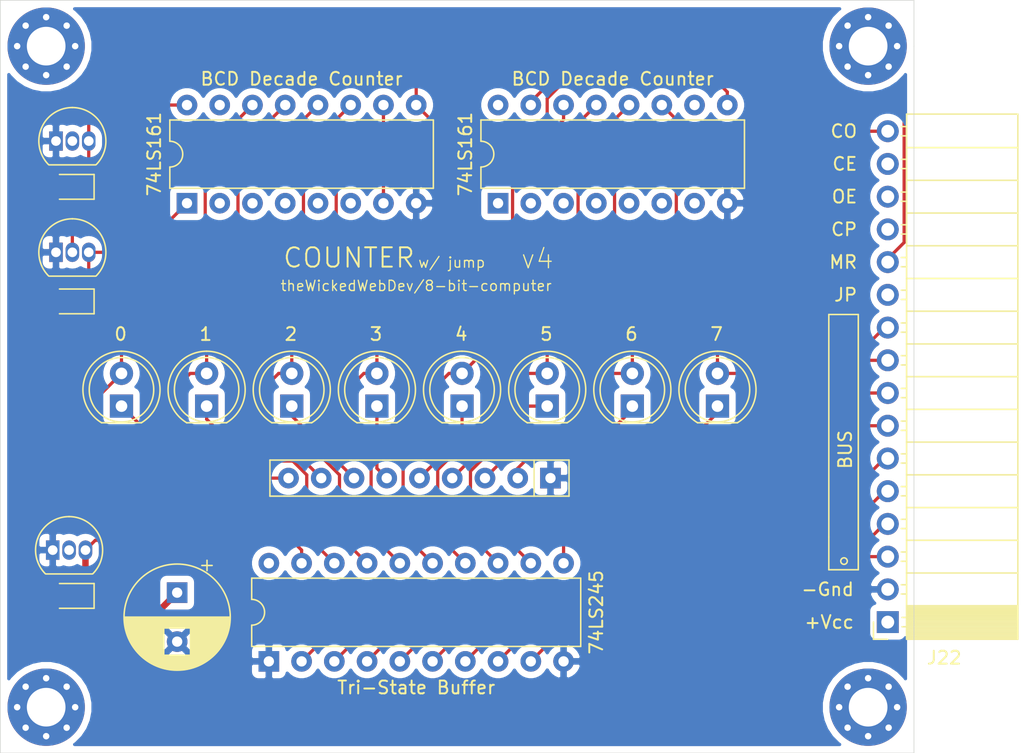
<source format=kicad_pcb>
(kicad_pcb (version 20171130) (host pcbnew "(5.1.10-1-10_14)")
  (layers (0 F.Cu signal) (1 In1.Cu signal) (2 In2.Cu signal hide) (31 B.Cu signal hide) (34 B.Paste user) (35 F.Paste user) (36 B.SilkS user) (37 F.SilkS user) (38 B.Mask user) (39 F.Mask user) (44 Edge.Cuts user))
  (net 0 "")
  (net 1 GND)
  (net 2 VCC)
  (net 3 CE)
  (net 4 OE)
  (net 5 CLOCK)
  (net 6 RESET)
  (net 7 JUMP)
  (net 8 "Net-(U12-Pad10)")
  (net 9 B0)
  (net 10 B1)
  (net 11 B2)
  (net 12 B3)
  (net 13 B4)
  (net 14 B5)
  (net 15 B6)
  (net 16 B7)
  (net 17 CARRY_OUT)
  (net 18 BUS_07)
  (net 19 BUS_06)
  (net 20 BUS_05)
  (net 21 BUS_04)
  (net 22 BUS_03)
  (net 23 BUS_02)
  (net 24 BUS_01)
  (net 25 BUS_00)
  (net 26 "Net-(D1-Pad1)")
  (net 27 "Net-(D2-Pad1)")
  (net 28 "Net-(D3-Pad1)")
  (net 29 "Net-(D4-Pad1)")
  (net 30 "Net-(D5-Pad1)")
  (net 31 "Net-(D6-Pad1)")
  (net 32 "Net-(D7-Pad1)")
  (net 33 "Net-(D8-Pad1)")
  (net 34 !JUMP)
  (net 35 !OE)
  (net 36 !RESET)
  (module Connector_PinSocket_2.54mm:PinSocket_1x16_P2.54mm_Horizontal (layer F.Cu) (at 148.1455 74.1045 180)
    (fp_text reference J22 (at -4.38 -2.77) (layer F.SilkS))
    (fp_text value Conn_01x16)
    (pad 1 thru_hole rect (at 0 0 180) (size 1.7 1.7) (drill 1) (layers *.Cu *.Mask) (net 2 VCC))
    (pad 2 thru_hole oval (at 0 2.54 180) (size 1.7 1.7) (drill 1) (layers *.Cu *.Mask) (net 1 GND))
    (pad 3 thru_hole oval (at 0 5.08 180) (size 1.7 1.7) (drill 1) (layers *.Cu *.Mask) (net 25 BUS_00))
    (pad 4 thru_hole oval (at 0 7.62 180) (size 1.7 1.7) (drill 1) (layers *.Cu *.Mask) (net 24 BUS_01))
    (pad 5 thru_hole oval (at 0 10.16 180) (size 1.7 1.7) (drill 1) (layers *.Cu *.Mask) (net 23 BUS_02))
    (pad 6 thru_hole oval (at 0 12.7 180) (size 1.7 1.7) (drill 1) (layers *.Cu *.Mask) (net 22 BUS_03))
    (pad 7 thru_hole oval (at 0 15.24 180) (size 1.7 1.7) (drill 1) (layers *.Cu *.Mask) (net 21 BUS_04))
    (pad 8 thru_hole oval (at 0 17.78 180) (size 1.7 1.7) (drill 1) (layers *.Cu *.Mask) (net 20 BUS_05))
    (pad 9 thru_hole oval (at 0 20.32 180) (size 1.7 1.7) (drill 1) (layers *.Cu *.Mask) (net 19 BUS_06))
    (pad 10 thru_hole oval (at 0 22.86 180) (size 1.7 1.7) (drill 1) (layers *.Cu *.Mask) (net 18 BUS_07))
    (pad 11 thru_hole oval (at 0 25.4 180) (size 1.7 1.7) (drill 1) (layers *.Cu *.Mask) (net 7 JUMP))
    (pad 12 thru_hole oval (at 0 27.94 180) (size 1.7 1.7) (drill 1) (layers *.Cu *.Mask) (net 6 RESET))
    (pad 13 thru_hole oval (at 0 30.48 180) (size 1.7 1.7) (drill 1) (layers *.Cu *.Mask) (net 5 CLOCK))
    (pad 14 thru_hole oval (at 0 33.02 180) (size 1.7 1.7) (drill 1) (layers *.Cu *.Mask) (net 4 OE))
    (pad 15 thru_hole oval (at 0 35.56 180) (size 1.7 1.7) (drill 1) (layers *.Cu *.Mask) (net 3 CE))
    (pad 16 thru_hole oval (at 0 38.1 180) (size 1.7 1.7) (drill 1) (layers *.Cu *.Mask) (net 17 CARRY_OUT))
  )
  (module Capacitor_THT:CP_Radial_D8.0mm_P3.80mm (layer F.Cu) (at 93.0275 71.8185 270)
    (fp_text reference C10 hide)
    (fp_text value CP1 hide)
    (pad 2 thru_hole circle (at 3.8 0 270) (size 1.6 1.6) (drill 0.8) (layers *.Cu *.Mask) (net 1 GND))
    (pad 1 thru_hole rect (at 0 0 270) (size 1.6 1.6) (drill 0.8) (layers *.Cu *.Mask) (net 2 VCC))
  )
  (module LED_SMD:LED_0805_2012Metric (layer F.Cu) (at 84.8995 49.2125 180)
    (fp_text reference R3 hide)
    (fp_text value R_Small_US hide)
    (pad 2 smd roundrect (at 0.9375 0 180) (size 0.975 1.4) (layers F.Cu F.Paste F.Mask) (net 2 VCC))
    (pad 1 smd roundrect (at -0.9375 0 180) (size 0.975 1.4) (layers F.Cu F.Paste F.Mask) (net 36 !RESET))
  )
  (module Package_TO_SOT_THT:TO-92_Inline (layer F.Cu) (at 83.6295 45.4025)
    (fp_text reference Q3 hide)
    (fp_text value PN2222A hide)
    (pad 1 thru_hole rect (at 0 0) (size 1.05 1.5) (drill 0.75) (layers *.Cu *.Mask) (net 1 GND))
    (pad 3 thru_hole oval (at 2.54 0) (size 1.05 1.5) (drill 0.75) (layers *.Cu *.Mask) (net 36 !RESET))
    (pad 2 thru_hole oval (at 1.27 0) (size 1.05 1.5) (drill 0.75) (layers *.Cu *.Mask) (net 6 RESET))
  )
  (module LED_SMD:LED_0805_2012Metric (layer F.Cu) (at 84.8995 72.0725 180)
    (fp_text reference R2 hide)
    (fp_text value R_Small_US hide)
    (pad 2 smd roundrect (at 0.9375 0 180) (size 0.975 1.4) (layers F.Cu F.Paste F.Mask) (net 2 VCC))
    (pad 1 smd roundrect (at -0.9375 0 180) (size 0.975 1.4) (layers F.Cu F.Paste F.Mask) (net 35 !OE))
  )
  (module Package_TO_SOT_THT:TO-92_Inline (layer F.Cu) (at 83.3755 68.5165)
    (fp_text reference Q2 hide)
    (fp_text value PN2222A hide)
    (pad 1 thru_hole rect (at 0 0) (size 1.05 1.5) (drill 0.75) (layers *.Cu *.Mask) (net 1 GND))
    (pad 3 thru_hole oval (at 2.54 0) (size 1.05 1.5) (drill 0.75) (layers *.Cu *.Mask) (net 35 !OE))
    (pad 2 thru_hole oval (at 1.27 0) (size 1.05 1.5) (drill 0.75) (layers *.Cu *.Mask) (net 4 OE))
  )
  (module LED_SMD:LED_0805_2012Metric (layer F.Cu) (at 84.8995 40.3225 180)
    (fp_text reference R1 hide)
    (fp_text value R_Small_US hide)
    (pad 2 smd roundrect (at 0.9375 0 180) (size 0.975 1.4) (layers F.Cu F.Paste F.Mask) (net 2 VCC))
    (pad 1 smd roundrect (at -0.9375 0 180) (size 0.975 1.4) (layers F.Cu F.Paste F.Mask) (net 34 !JUMP))
  )
  (module Package_TO_SOT_THT:TO-92_Inline (layer F.Cu) (at 83.6295 36.7665)
    (fp_text reference Q1 hide)
    (fp_text value PN2222A hide)
    (pad 1 thru_hole rect (at 0 0) (size 1.05 1.5) (drill 0.75) (layers *.Cu *.Mask) (net 1 GND))
    (pad 3 thru_hole oval (at 2.54 0) (size 1.05 1.5) (drill 0.75) (layers *.Cu *.Mask) (net 34 !JUMP))
    (pad 2 thru_hole oval (at 1.27 0) (size 1.05 1.5) (drill 0.75) (layers *.Cu *.Mask) (net 7 JUMP))
  )
  (module Resistor_THT:R_Array_SIP9 (layer F.Cu) (at 121.9835 62.9285 180)
    (fp_text reference RN1 hide)
    (fp_text value R_Network08 hide)
    (pad 9 thru_hole oval (at 20.32 0 180) (size 1.6 1.6) (drill 0.8) (layers *.Cu *.Mask) (net 26 "Net-(D1-Pad1)"))
    (pad 8 thru_hole oval (at 17.78 0 180) (size 1.6 1.6) (drill 0.8) (layers *.Cu *.Mask) (net 27 "Net-(D2-Pad1)"))
    (pad 7 thru_hole oval (at 15.24 0 180) (size 1.6 1.6) (drill 0.8) (layers *.Cu *.Mask) (net 28 "Net-(D3-Pad1)"))
    (pad 6 thru_hole oval (at 12.7 0 180) (size 1.6 1.6) (drill 0.8) (layers *.Cu *.Mask) (net 29 "Net-(D4-Pad1)"))
    (pad 5 thru_hole oval (at 10.16 0 180) (size 1.6 1.6) (drill 0.8) (layers *.Cu *.Mask) (net 30 "Net-(D5-Pad1)"))
    (pad 4 thru_hole oval (at 7.62 0 180) (size 1.6 1.6) (drill 0.8) (layers *.Cu *.Mask) (net 31 "Net-(D6-Pad1)"))
    (pad 3 thru_hole oval (at 5.08 0 180) (size 1.6 1.6) (drill 0.8) (layers *.Cu *.Mask) (net 32 "Net-(D7-Pad1)"))
    (pad 2 thru_hole oval (at 2.54 0 180) (size 1.6 1.6) (drill 0.8) (layers *.Cu *.Mask) (net 33 "Net-(D8-Pad1)"))
    (pad 1 thru_hole rect (at 0 0 180) (size 1.6 1.6) (drill 0.8) (layers *.Cu *.Mask) (net 1 GND))
  )
  (module LED_THT:LED_D5.0mm (layer F.Cu) (at 134.9375 57.3405 90)
    (fp_text reference D8 hide)
    (fp_text value LED)
    (pad 2 thru_hole circle (at 2.54 0 90) (size 1.8 1.8) (drill 0.9) (layers *.Cu *.Mask) (net 16 B7))
    (pad 1 thru_hole rect (at 0 0 90) (size 1.8 1.8) (drill 0.9) (layers *.Cu *.Mask) (net 33 "Net-(D8-Pad1)"))
  )
  (module LED_THT:LED_D5.0mm (layer F.Cu) (at 128.3335 57.3405 90)
    (fp_text reference D7 hide)
    (fp_text value LED)
    (pad 2 thru_hole circle (at 2.54 0 90) (size 1.8 1.8) (drill 0.9) (layers *.Cu *.Mask) (net 15 B6))
    (pad 1 thru_hole rect (at 0 0 90) (size 1.8 1.8) (drill 0.9) (layers *.Cu *.Mask) (net 32 "Net-(D7-Pad1)"))
  )
  (module LED_THT:LED_D5.0mm (layer F.Cu) (at 121.7295 57.3405 90)
    (fp_text reference D6 hide)
    (fp_text value LED)
    (pad 2 thru_hole circle (at 2.54 0 90) (size 1.8 1.8) (drill 0.9) (layers *.Cu *.Mask) (net 14 B5))
    (pad 1 thru_hole rect (at 0 0 90) (size 1.8 1.8) (drill 0.9) (layers *.Cu *.Mask) (net 31 "Net-(D6-Pad1)"))
  )
  (module LED_THT:LED_D5.0mm (layer F.Cu) (at 115.1255 57.3405 90)
    (fp_text reference D5 hide)
    (fp_text value LED)
    (pad 2 thru_hole circle (at 2.54 0 90) (size 1.8 1.8) (drill 0.9) (layers *.Cu *.Mask) (net 13 B4))
    (pad 1 thru_hole rect (at 0 0 90) (size 1.8 1.8) (drill 0.9) (layers *.Cu *.Mask) (net 30 "Net-(D5-Pad1)"))
  )
  (module LED_THT:LED_D5.0mm (layer F.Cu) (at 108.5215 57.3405 90)
    (fp_text reference D4 hide)
    (fp_text value LED)
    (pad 2 thru_hole circle (at 2.54 0 90) (size 1.8 1.8) (drill 0.9) (layers *.Cu *.Mask) (net 12 B3))
    (pad 1 thru_hole rect (at 0 0 90) (size 1.8 1.8) (drill 0.9) (layers *.Cu *.Mask) (net 29 "Net-(D4-Pad1)"))
  )
  (module LED_THT:LED_D5.0mm (layer F.Cu) (at 101.9175 57.3405 90)
    (fp_text reference D3 hide)
    (fp_text value LED)
    (pad 2 thru_hole circle (at 2.54 0 90) (size 1.8 1.8) (drill 0.9) (layers *.Cu *.Mask) (net 11 B2))
    (pad 1 thru_hole rect (at 0 0 90) (size 1.8 1.8) (drill 0.9) (layers *.Cu *.Mask) (net 28 "Net-(D3-Pad1)"))
  )
  (module LED_THT:LED_D5.0mm (layer F.Cu) (at 95.3135 57.3405 90)
    (fp_text reference D2 hide)
    (fp_text value LED)
    (pad 2 thru_hole circle (at 2.54 0 90) (size 1.8 1.8) (drill 0.9) (layers *.Cu *.Mask) (net 10 B1))
    (pad 1 thru_hole rect (at 0 0 90) (size 1.8 1.8) (drill 0.9) (layers *.Cu *.Mask) (net 27 "Net-(D2-Pad1)"))
  )
  (module LED_THT:LED_D5.0mm (layer F.Cu) (at 88.7095 57.3405 90)
    (fp_text reference D1 hide)
    (fp_text value LED)
    (pad 2 thru_hole circle (at 2.54 0 90) (size 1.8 1.8) (drill 0.9) (layers *.Cu *.Mask) (net 9 B0))
    (pad 1 thru_hole rect (at 0 0 90) (size 1.8 1.8) (drill 0.9) (layers *.Cu *.Mask) (net 26 "Net-(D1-Pad1)"))
  )
  (module MountingHole:MountingHole_3mm_Pad_Via (layer F.Cu) (at 82.8675 80.7085)
    (fp_text reference REF** hide)
    (fp_text value MountingHole_3mm_Pad_Via hide)
    (pad 1 thru_hole circle (at 1.59099 -1.59099) (size 0.8 0.8) (drill 0.5) (layers *.Cu *.Mask))
    (pad 1 thru_hole circle (at 0 -2.25) (size 0.8 0.8) (drill 0.5) (layers *.Cu *.Mask))
    (pad 1 thru_hole circle (at -1.59099 -1.59099) (size 0.8 0.8) (drill 0.5) (layers *.Cu *.Mask))
    (pad 1 thru_hole circle (at -2.25 0) (size 0.8 0.8) (drill 0.5) (layers *.Cu *.Mask))
    (pad 1 thru_hole circle (at -1.59099 1.59099) (size 0.8 0.8) (drill 0.5) (layers *.Cu *.Mask))
    (pad 1 thru_hole circle (at 0 2.25) (size 0.8 0.8) (drill 0.5) (layers *.Cu *.Mask))
    (pad 1 thru_hole circle (at 1.59099 1.59099) (size 0.8 0.8) (drill 0.5) (layers *.Cu *.Mask))
    (pad 1 thru_hole circle (at 2.25 0) (size 0.8 0.8) (drill 0.5) (layers *.Cu *.Mask))
    (pad 1 thru_hole circle (at 0 0) (size 6 6) (drill 3) (layers *.Cu *.Mask))
  )
  (module MountingHole:MountingHole_3mm_Pad_Via (layer F.Cu) (at 82.8675 29.4005)
    (fp_text reference REF** hide)
    (fp_text value MountingHole_3mm_Pad_Via hide)
    (pad 1 thru_hole circle (at 0 0) (size 6 6) (drill 3) (layers *.Cu *.Mask))
    (pad 1 thru_hole circle (at 2.25 0) (size 0.8 0.8) (drill 0.5) (layers *.Cu *.Mask))
    (pad 1 thru_hole circle (at 1.59099 1.59099) (size 0.8 0.8) (drill 0.5) (layers *.Cu *.Mask))
    (pad 1 thru_hole circle (at 0 2.25) (size 0.8 0.8) (drill 0.5) (layers *.Cu *.Mask))
    (pad 1 thru_hole circle (at -1.59099 1.59099) (size 0.8 0.8) (drill 0.5) (layers *.Cu *.Mask))
    (pad 1 thru_hole circle (at -2.25 0) (size 0.8 0.8) (drill 0.5) (layers *.Cu *.Mask))
    (pad 1 thru_hole circle (at -1.59099 -1.59099) (size 0.8 0.8) (drill 0.5) (layers *.Cu *.Mask))
    (pad 1 thru_hole circle (at 0 -2.25) (size 0.8 0.8) (drill 0.5) (layers *.Cu *.Mask))
    (pad 1 thru_hole circle (at 1.59099 -1.59099) (size 0.8 0.8) (drill 0.5) (layers *.Cu *.Mask))
  )
  (module MountingHole:MountingHole_3mm_Pad_Via (layer F.Cu) (at 146.6215 80.7085)
    (fp_text reference REF** hide)
    (fp_text value MountingHole_3mm_Pad_Via hide)
    (pad 1 thru_hole circle (at 0 0) (size 6 6) (drill 3) (layers *.Cu *.Mask))
    (pad 1 thru_hole circle (at 2.25 0) (size 0.8 0.8) (drill 0.5) (layers *.Cu *.Mask))
    (pad 1 thru_hole circle (at 1.59099 1.59099) (size 0.8 0.8) (drill 0.5) (layers *.Cu *.Mask))
    (pad 1 thru_hole circle (at 0 2.25) (size 0.8 0.8) (drill 0.5) (layers *.Cu *.Mask))
    (pad 1 thru_hole circle (at -1.59099 1.59099) (size 0.8 0.8) (drill 0.5) (layers *.Cu *.Mask))
    (pad 1 thru_hole circle (at -2.25 0) (size 0.8 0.8) (drill 0.5) (layers *.Cu *.Mask))
    (pad 1 thru_hole circle (at -1.59099 -1.59099) (size 0.8 0.8) (drill 0.5) (layers *.Cu *.Mask))
    (pad 1 thru_hole circle (at 0 -2.25) (size 0.8 0.8) (drill 0.5) (layers *.Cu *.Mask))
    (pad 1 thru_hole circle (at 1.59099 -1.59099) (size 0.8 0.8) (drill 0.5) (layers *.Cu *.Mask))
  )
  (module MountingHole:MountingHole_3mm_Pad_Via (layer F.Cu) (at 146.6215 29.4005)
    (fp_text reference REF** hide)
    (fp_text value MountingHole_3mm_Pad_Via hide)
    (pad 1 thru_hole circle (at 1.59099 -1.59099) (size 0.8 0.8) (drill 0.5) (layers *.Cu *.Mask))
    (pad 1 thru_hole circle (at 0 -2.25) (size 0.8 0.8) (drill 0.5) (layers *.Cu *.Mask))
    (pad 1 thru_hole circle (at -1.59099 -1.59099) (size 0.8 0.8) (drill 0.5) (layers *.Cu *.Mask))
    (pad 1 thru_hole circle (at -2.25 0) (size 0.8 0.8) (drill 0.5) (layers *.Cu *.Mask))
    (pad 1 thru_hole circle (at -1.59099 1.59099) (size 0.8 0.8) (drill 0.5) (layers *.Cu *.Mask))
    (pad 1 thru_hole circle (at 0 2.25) (size 0.8 0.8) (drill 0.5) (layers *.Cu *.Mask))
    (pad 1 thru_hole circle (at 1.59099 1.59099) (size 0.8 0.8) (drill 0.5) (layers *.Cu *.Mask))
    (pad 1 thru_hole circle (at 2.25 0) (size 0.8 0.8) (drill 0.5) (layers *.Cu *.Mask))
    (pad 1 thru_hole circle (at 0 0) (size 6 6) (drill 3) (layers *.Cu *.Mask))
  )
  (module Package_DIP:DIP-16_W7.62mm (layer F.Cu) (at 93.7895 41.5925 90)
    (fp_text reference U14 hide)
    (fp_text value 74LS161 (at 3.81 -2.54 270) (layer F.SilkS))
    (fp_text user "BCD Decade Counter" (at 9.652 8.89 180) (layer F.SilkS))
    (pad 16 thru_hole oval (at 7.62 0 90) (size 1.6 1.6) (drill 0.8) (layers *.Cu *.Mask) (net 2 VCC))
    (pad 8 thru_hole oval (at 0 17.78 90) (size 1.6 1.6) (drill 0.8) (layers *.Cu *.Mask) (net 1 GND))
    (pad 15 thru_hole oval (at 7.62 2.54 90) (size 1.6 1.6) (drill 0.8) (layers *.Cu *.Mask) (net 8 "Net-(U12-Pad10)"))
    (pad 7 thru_hole oval (at 0 15.24 90) (size 1.6 1.6) (drill 0.8) (layers *.Cu *.Mask) (net 3 CE))
    (pad 14 thru_hole oval (at 7.62 5.08 90) (size 1.6 1.6) (drill 0.8) (layers *.Cu *.Mask) (net 9 B0))
    (pad 6 thru_hole oval (at 0 12.7 90) (size 1.6 1.6) (drill 0.8) (layers *.Cu *.Mask) (net 22 BUS_03))
    (pad 13 thru_hole oval (at 7.62 7.62 90) (size 1.6 1.6) (drill 0.8) (layers *.Cu *.Mask) (net 10 B1))
    (pad 5 thru_hole oval (at 0 10.16 90) (size 1.6 1.6) (drill 0.8) (layers *.Cu *.Mask) (net 23 BUS_02))
    (pad 12 thru_hole oval (at 7.62 10.16 90) (size 1.6 1.6) (drill 0.8) (layers *.Cu *.Mask) (net 11 B2))
    (pad 4 thru_hole oval (at 0 7.62 90) (size 1.6 1.6) (drill 0.8) (layers *.Cu *.Mask) (net 24 BUS_01))
    (pad 11 thru_hole oval (at 7.62 12.7 90) (size 1.6 1.6) (drill 0.8) (layers *.Cu *.Mask) (net 12 B3))
    (pad 3 thru_hole oval (at 0 5.08 90) (size 1.6 1.6) (drill 0.8) (layers *.Cu *.Mask) (net 25 BUS_00))
    (pad 10 thru_hole oval (at 7.62 15.24 90) (size 1.6 1.6) (drill 0.8) (layers *.Cu *.Mask) (net 3 CE))
    (pad 2 thru_hole oval (at 0 2.54 90) (size 1.6 1.6) (drill 0.8) (layers *.Cu *.Mask) (net 5 CLOCK))
    (pad 9 thru_hole oval (at 7.62 17.78 90) (size 1.6 1.6) (drill 0.8) (layers *.Cu *.Mask) (net 34 !JUMP))
    (pad 1 thru_hole rect (at 0 0 90) (size 1.6 1.6) (drill 0.8) (layers *.Cu *.Mask) (net 36 !RESET))
  )
  (module Package_DIP:DIP-20_W7.62mm (layer F.Cu) (at 100.1395 77.1525 90)
    (fp_text reference U47 hide)
    (fp_text value 74LS245 (at 3.81 25.4 90) (layer F.SilkS))
    (fp_text user "Tri-State Buffer" (at -2.032 11.43 180) (layer F.SilkS))
    (pad 20 thru_hole oval (at 7.62 0 90) (size 1.6 1.6) (drill 0.8) (layers *.Cu *.Mask) (net 2 VCC))
    (pad 10 thru_hole oval (at 0 22.86 90) (size 1.6 1.6) (drill 0.8) (layers *.Cu *.Mask) (net 1 GND))
    (pad 19 thru_hole oval (at 7.62 2.54 90) (size 1.6 1.6) (drill 0.8) (layers *.Cu *.Mask) (net 35 !OE))
    (pad 9 thru_hole oval (at 0 20.32 90) (size 1.6 1.6) (drill 0.8) (layers *.Cu *.Mask) (net 25 BUS_00))
    (pad 18 thru_hole oval (at 7.62 5.08 90) (size 1.6 1.6) (drill 0.8) (layers *.Cu *.Mask) (net 9 B0))
    (pad 8 thru_hole oval (at 0 17.78 90) (size 1.6 1.6) (drill 0.8) (layers *.Cu *.Mask) (net 24 BUS_01))
    (pad 17 thru_hole oval (at 7.62 7.62 90) (size 1.6 1.6) (drill 0.8) (layers *.Cu *.Mask) (net 10 B1))
    (pad 7 thru_hole oval (at 0 15.24 90) (size 1.6 1.6) (drill 0.8) (layers *.Cu *.Mask) (net 23 BUS_02))
    (pad 16 thru_hole oval (at 7.62 10.16 90) (size 1.6 1.6) (drill 0.8) (layers *.Cu *.Mask) (net 11 B2))
    (pad 6 thru_hole oval (at 0 12.7 90) (size 1.6 1.6) (drill 0.8) (layers *.Cu *.Mask) (net 22 BUS_03))
    (pad 15 thru_hole oval (at 7.62 12.7 90) (size 1.6 1.6) (drill 0.8) (layers *.Cu *.Mask) (net 12 B3))
    (pad 5 thru_hole oval (at 0 10.16 90) (size 1.6 1.6) (drill 0.8) (layers *.Cu *.Mask) (net 21 BUS_04))
    (pad 14 thru_hole oval (at 7.62 15.24 90) (size 1.6 1.6) (drill 0.8) (layers *.Cu *.Mask) (net 13 B4))
    (pad 4 thru_hole oval (at 0 7.62 90) (size 1.6 1.6) (drill 0.8) (layers *.Cu *.Mask) (net 20 BUS_05))
    (pad 13 thru_hole oval (at 7.62 17.78 90) (size 1.6 1.6) (drill 0.8) (layers *.Cu *.Mask) (net 14 B5))
    (pad 3 thru_hole oval (at 0 5.08 90) (size 1.6 1.6) (drill 0.8) (layers *.Cu *.Mask) (net 19 BUS_06))
    (pad 12 thru_hole oval (at 7.62 20.32 90) (size 1.6 1.6) (drill 0.8) (layers *.Cu *.Mask) (net 15 B6))
    (pad 2 thru_hole oval (at 0 2.54 90) (size 1.6 1.6) (drill 0.8) (layers *.Cu *.Mask) (net 18 BUS_07))
    (pad 11 thru_hole oval (at 7.62 22.86 90) (size 1.6 1.6) (drill 0.8) (layers *.Cu *.Mask) (net 16 B7))
    (pad 1 thru_hole rect (at 0 0 90) (size 1.6 1.6) (drill 0.8) (layers *.Cu *.Mask) (net 1 GND))
  )
  (module Package_DIP:DIP-16_W7.62mm (layer F.Cu) (at 117.9195 41.5925 90)
    (fp_text reference U12 hide)
    (fp_text value 74LS161 (at 3.81 -2.54 90) (layer F.SilkS))
    (fp_text user "BCD Decade Counter" (at 9.652 8.89 180) (layer F.SilkS))
    (pad 16 thru_hole oval (at 7.62 0 90) (size 1.6 1.6) (drill 0.8) (layers *.Cu *.Mask) (net 2 VCC))
    (pad 8 thru_hole oval (at 0 17.78 90) (size 1.6 1.6) (drill 0.8) (layers *.Cu *.Mask) (net 1 GND))
    (pad 15 thru_hole oval (at 7.62 2.54 90) (size 1.6 1.6) (drill 0.8) (layers *.Cu *.Mask) (net 17 CARRY_OUT))
    (pad 7 thru_hole oval (at 0 15.24 90) (size 1.6 1.6) (drill 0.8) (layers *.Cu *.Mask) (net 2 VCC))
    (pad 14 thru_hole oval (at 7.62 5.08 90) (size 1.6 1.6) (drill 0.8) (layers *.Cu *.Mask) (net 13 B4))
    (pad 6 thru_hole oval (at 0 12.7 90) (size 1.6 1.6) (drill 0.8) (layers *.Cu *.Mask) (net 18 BUS_07))
    (pad 13 thru_hole oval (at 7.62 7.62 90) (size 1.6 1.6) (drill 0.8) (layers *.Cu *.Mask) (net 14 B5))
    (pad 5 thru_hole oval (at 0 10.16 90) (size 1.6 1.6) (drill 0.8) (layers *.Cu *.Mask) (net 19 BUS_06))
    (pad 12 thru_hole oval (at 7.62 10.16 90) (size 1.6 1.6) (drill 0.8) (layers *.Cu *.Mask) (net 15 B6))
    (pad 4 thru_hole oval (at 0 7.62 90) (size 1.6 1.6) (drill 0.8) (layers *.Cu *.Mask) (net 20 BUS_05))
    (pad 11 thru_hole oval (at 7.62 12.7 90) (size 1.6 1.6) (drill 0.8) (layers *.Cu *.Mask) (net 16 B7))
    (pad 3 thru_hole oval (at 0 5.08 90) (size 1.6 1.6) (drill 0.8) (layers *.Cu *.Mask) (net 21 BUS_04))
    (pad 10 thru_hole oval (at 7.62 15.24 90) (size 1.6 1.6) (drill 0.8) (layers *.Cu *.Mask) (net 8 "Net-(U12-Pad10)"))
    (pad 2 thru_hole oval (at 0 2.54 90) (size 1.6 1.6) (drill 0.8) (layers *.Cu *.Mask) (net 5 CLOCK))
    (pad 9 thru_hole oval (at 7.62 17.78 90) (size 1.6 1.6) (drill 0.8) (layers *.Cu *.Mask) (net 34 !JUMP))
    (pad 1 thru_hole rect (at 0 0 90) (size 1.6 1.6) (drill 0.8) (layers *.Cu *.Mask) (net 36 !RESET))
  )
  (gr_text 7 (at 135.4455 51.7525) (layer F.SilkS) (effects (font (size 1 1)) (justify right)))
  (gr_text 6 (at 128.8415 51.7525) (layer F.SilkS) (effects (font (size 1 1)) (justify right)))
  (gr_text 5 (at 122.2375 51.7525) (layer F.SilkS) (effects (font (size 1 1)) (justify right)))
  (gr_text 4 (at 115.6335 51.7525) (layer F.SilkS) (effects (font (size 1 1)) (justify right)))
  (gr_text 3 (at 109.0295 51.7525) (layer F.SilkS) (effects (font (size 1 1)) (justify right)))
  (gr_text 2 (at 102.4255 51.7525) (layer F.SilkS) (effects (font (size 1 1)) (justify right)))
  (gr_text 1 (at 95.8215 51.7525) (layer F.SilkS) (effects (font (size 1 1)) (justify right)))
  (gr_text 0 (at 89.2175 51.7525) (layer F.SilkS) (effects (font (size 1 1)) (justify right)))
  (gr_line (start 150.1775 25.8445) (end 146.6215 25.8445) (layer Edge.Cuts) (width 0.05))
  (gr_line (start 150.1775 29.4005) (end 150.1775 25.8445) (layer Edge.Cuts) (width 0.05))
  (gr_line (start 150.1775 84.2645) (end 150.1775 29.4005) (layer Edge.Cuts) (width 0.05))
  (gr_line (start 79.3115 84.2645) (end 150.1775 84.2645) (layer Edge.Cuts) (width 0.05))
  (gr_line (start 79.3115 25.8445) (end 79.3115 84.2645) (layer Edge.Cuts) (width 0.05))
  (gr_line (start 146.6215 25.8445) (end 79.3115 25.8445) (layer Edge.Cuts) (width 0.05))
  (gr_text +Vcc (at 145.6055 74.1045) (layer F.SilkS) (effects (font (size 1 1)) (justify right)))
  (gr_text -Gnd (at 145.6055 71.5645) (layer F.SilkS) (effects (font (size 1 1)) (justify right)))
  (gr_text MR (at 145.8595 46.1645) (layer F.SilkS) (effects (font (size 1 1)) (justify right)))
  (gr_circle (center 144.7515 69.3685) (end 145.0055 69.3685) (layer F.SilkS) (width 0.12))
  (gr_line (start 145.8595 50.2285) (end 145.8595 70.0405) (layer F.SilkS) (width 0.12))
  (gr_line (start 143.5735 70.0405) (end 145.8595 70.0405) (layer F.SilkS) (width 0.12))
  (gr_line (start 143.5735 67.5005) (end 143.5735 70.0405) (layer F.SilkS) (width 0.12))
  (gr_line (start 143.5735 50.2285) (end 143.5735 67.5005) (layer F.SilkS) (width 0.12))
  (gr_line (start 145.8595 50.2285) (end 143.5735 50.2285) (layer F.SilkS) (width 0.12))
  (gr_text JP (at 145.8595 48.7045) (layer F.SilkS) (effects (font (size 1 1)) (justify right)))
  (gr_text BUS (at 144.8435 59.1185 90) (layer F.SilkS) (effects (font (size 1 1)) (justify right)))
  (gr_text CP (at 145.8595 43.6245) (layer F.SilkS) (effects (font (size 1 1)) (justify right)))
  (gr_text OE (at 145.8595 41.0845) (layer F.SilkS) (effects (font (size 1 1)) (justify right)))
  (gr_text CE (at 145.8595 38.5445) (layer F.SilkS) (effects (font (size 1 1)) (justify right)))
  (gr_text CO (at 145.8595 36.0045) (layer F.SilkS) (effects (font (size 1 1)) (justify right)))
  (gr_text v4 (at 120.9675 45.9105) (layer F.SilkS) (effects (font (size 1.5 1.5) (thickness 0.1))))
  (gr_text "w/ jump" (at 114.3255 46.1945) (layer F.SilkS) (effects (font (size 0.8 0.8) (thickness 0.1))))
  (gr_text theWickedWebDev/8-bit-computer (at 111.5655 48.0045) (layer F.SilkS) (effects (font (size 0.8 0.8) (thickness 0.1))))
  (gr_text COUNTER (at 106.3561 45.8274) (layer F.SilkS) (effects (font (size 1.5 1.5))))
  (segment (start 93.7895 33.9725) (end 90.7415 33.9725) (width 0.25) (layer F.Cu) (net 2))
  (segment (start 90.7415 33.9725) (end 87.4395 37.2745) (width 0.25) (layer F.Cu) (net 2))
  (segment (start 87.4395 37.2745) (end 87.4395 41.0845) (width 0.25) (layer F.Cu) (net 2))
  (segment (start 87.4395 41.0845) (end 86.6775 41.8465) (width 0.25) (layer F.Cu) (net 2))
  (segment (start 86.6775 41.8465) (end 84.3915 41.8465) (width 0.25) (layer F.Cu) (net 2))
  (segment (start 83.962 41.417) (end 83.962 40.3225) (width 0.25) (layer F.Cu) (net 2))
  (segment (start 84.3915 41.8465) (end 83.962 41.417) (width 0.25) (layer F.Cu) (net 2))
  (segment (start 83.962 72.0725) (end 83.962 72.913) (width 0.5) (layer F.Cu) (net 2))
  (segment (start 83.962 72.913) (end 84.8995 73.8505) (width 0.5) (layer F.Cu) (net 2))
  (segment (start 83.962 52.944) (end 83.962 49.2125) (width 0.25) (layer F.Cu) (net 2))
  (segment (start 82.1055 54.8005) (end 83.962 52.944) (width 0.25) (layer F.Cu) (net 2))
  (segment (start 82.1055 70.216) (end 82.1055 54.8005) (width 0.25) (layer F.Cu) (net 2))
  (segment (start 83.962 72.0725) (end 82.1055 70.216) (width 0.25) (layer F.Cu) (net 2))
  (segment (start 90.9955 73.8505) (end 93.0275 71.8185) (width 0.5) (layer F.Cu) (net 2))
  (segment (start 84.8995 73.8505) (end 90.9955 73.8505) (width 0.5) (layer F.Cu) (net 2))
  (segment (start 109.0295 33.9725) (end 109.0295 41.5925) (width 0.25) (layer F.Cu) (net 3))
  (segment (start 147.8915 46.1645) (end 149.4155 44.6405) (width 0.25) (layer F.Cu) (net 6))
  (segment (start 149.4155 44.6405) (end 149.4155 34.7345) (width 0.25) (layer F.Cu) (net 6))
  (segment (start 149.4155 34.7345) (end 148.3995 33.7185) (width 0.25) (layer F.Cu) (net 6))
  (segment (start 148.3995 33.7185) (end 142.5575 33.7185) (width 0.25) (layer F.Cu) (net 6))
  (segment (start 142.5575 33.7185) (end 138.4935 29.6545) (width 0.25) (layer F.Cu) (net 6))
  (segment (start 110.2995 29.6545) (end 109.5375 30.4165) (width 0.25) (layer F.Cu) (net 6))
  (segment (start 138.4935 29.6545) (end 110.2995 29.6545) (width 0.25) (layer F.Cu) (net 6))
  (segment (start 109.5375 30.4165) (end 88.9635 30.4165) (width 0.25) (layer F.Cu) (net 6))
  (segment (start 88.9635 30.4165) (end 85.9155 33.4645) (width 0.25) (layer F.Cu) (net 6))
  (segment (start 85.9155 33.4645) (end 82.8675 33.4645) (width 0.25) (layer F.Cu) (net 6))
  (segment (start 82.8675 33.4645) (end 81.8515 34.4805) (width 0.25) (layer F.Cu) (net 6))
  (segment (start 81.8515 34.4805) (end 81.8515 41.8465) (width 0.25) (layer F.Cu) (net 6))
  (segment (start 81.8515 41.8465) (end 82.8675 42.8625) (width 0.25) (layer F.Cu) (net 6))
  (segment (start 82.8675 42.8625) (end 83.8835 42.8625) (width 0.25) (layer F.Cu) (net 6))
  (segment (start 84.8995 43.8785) (end 84.8995 45.4025) (width 0.25) (layer F.Cu) (net 6))
  (segment (start 83.8835 42.8625) (end 84.8995 43.8785) (width 0.25) (layer F.Cu) (net 6))
  (segment (start 134.6835 31.9405) (end 135.6995 32.9565) (width 0.25) (layer F.Cu) (net 34))
  (segment (start 123.2535 31.9405) (end 134.6835 31.9405) (width 0.25) (layer F.Cu) (net 34))
  (segment (start 121.7295 33.4645) (end 123.2535 31.9405) (width 0.25) (layer F.Cu) (net 34))
  (segment (start 120.7135 35.7505) (end 121.7295 34.7345) (width 0.25) (layer F.Cu) (net 34))
  (segment (start 113.3475 35.7505) (end 120.7135 35.7505) (width 0.25) (layer F.Cu) (net 34))
  (segment (start 135.6995 32.9565) (end 135.6995 33.9725) (width 0.25) (layer F.Cu) (net 34))
  (segment (start 121.7295 34.7345) (end 121.7295 33.4645) (width 0.25) (layer F.Cu) (net 34))
  (segment (start 111.5695 33.9725) (end 113.3475 35.7505) (width 0.25) (layer F.Cu) (net 34))
  (segment (start 95.204499 37.637501) (end 95.204499 43.225501) (width 0.25) (layer F.Cu) (net 9))
  (segment (start 98.8695 33.9725) (end 95.204499 37.637501) (width 0.25) (layer F.Cu) (net 9))
  (segment (start 88.7095 49.7205) (end 88.7095 54.8005) (width 0.25) (layer F.Cu) (net 9))
  (segment (start 95.204499 43.225501) (end 88.7095 49.7205) (width 0.25) (layer F.Cu) (net 9))
  (segment (start 105.2195 69.5325) (end 102.9335 67.2465) (width 0.25) (layer F.Cu) (net 9))
  (segment (start 102.9335 67.2465) (end 94.5515 67.2465) (width 0.25) (layer F.Cu) (net 9))
  (segment (start 94.5515 67.2465) (end 86.4235 59.1185) (width 0.25) (layer F.Cu) (net 9))
  (segment (start 86.4235 57.0865) (end 88.7095 54.8005) (width 0.25) (layer F.Cu) (net 9))
  (segment (start 86.4235 59.1185) (end 86.4235 57.0865) (width 0.25) (layer F.Cu) (net 9))
  (segment (start 97.744499 37.637501) (end 97.744499 45.003501) (width 0.25) (layer F.Cu) (net 10))
  (segment (start 101.4095 33.9725) (end 97.744499 37.637501) (width 0.25) (layer F.Cu) (net 10))
  (segment (start 95.3135 47.4345) (end 95.3135 54.8005) (width 0.25) (layer F.Cu) (net 10))
  (segment (start 97.744499 45.003501) (end 95.3135 47.4345) (width 0.25) (layer F.Cu) (net 10))
  (segment (start 103.078499 62.678497) (end 102.000512 61.60051) (width 0.25) (layer F.Cu) (net 10))
  (segment (start 102.000512 61.60051) (end 96.52551 61.60051) (width 0.25) (layer F.Cu) (net 10))
  (segment (start 103.078499 64.851499) (end 103.078499 62.678497) (width 0.25) (layer F.Cu) (net 10))
  (segment (start 107.7595 69.5325) (end 103.078499 64.851499) (width 0.25) (layer F.Cu) (net 10))
  (segment (start 96.52551 61.60051) (end 93.0275 58.1025) (width 0.25) (layer F.Cu) (net 10))
  (segment (start 93.0275 58.1025) (end 93.0275 55.8165) (width 0.25) (layer F.Cu) (net 10))
  (segment (start 94.0435 54.8005) (end 95.3135 54.8005) (width 0.25) (layer F.Cu) (net 10))
  (segment (start 93.0275 55.8165) (end 94.0435 54.8005) (width 0.25) (layer F.Cu) (net 10))
  (segment (start 102.824499 35.097501) (end 102.824499 46.527501) (width 0.25) (layer F.Cu) (net 11))
  (segment (start 103.9495 33.9725) (end 102.824499 35.097501) (width 0.25) (layer F.Cu) (net 11))
  (segment (start 101.9175 47.4345) (end 101.9175 54.8005) (width 0.25) (layer F.Cu) (net 11))
  (segment (start 102.824499 46.527501) (end 101.9175 47.4345) (width 0.25) (layer F.Cu) (net 11))
  (segment (start 105.618499 62.678497) (end 102.820502 59.8805) (width 0.25) (layer F.Cu) (net 11))
  (segment (start 105.618499 64.851499) (end 105.618499 62.678497) (width 0.25) (layer F.Cu) (net 11))
  (segment (start 110.2995 69.5325) (end 105.618499 64.851499) (width 0.25) (layer F.Cu) (net 11))
  (segment (start 102.820502 59.8805) (end 101.4095 59.8805) (width 0.25) (layer F.Cu) (net 11))
  (segment (start 101.4095 59.8805) (end 99.6315 58.1025) (width 0.25) (layer F.Cu) (net 11))
  (segment (start 99.6315 58.1025) (end 99.6315 56.0705) (width 0.25) (layer F.Cu) (net 11))
  (segment (start 100.9015 54.8005) (end 101.9175 54.8005) (width 0.25) (layer F.Cu) (net 11))
  (segment (start 99.6315 56.0705) (end 100.9015 54.8005) (width 0.25) (layer F.Cu) (net 11))
  (segment (start 105.364499 35.097501) (end 105.364499 44.785499) (width 0.25) (layer F.Cu) (net 12))
  (segment (start 106.4895 33.9725) (end 105.364499 35.097501) (width 0.25) (layer F.Cu) (net 12))
  (segment (start 108.5215 47.9425) (end 108.5215 54.8005) (width 0.25) (layer F.Cu) (net 12))
  (segment (start 105.364499 44.785499) (end 108.5215 47.9425) (width 0.25) (layer F.Cu) (net 12))
  (segment (start 108.071491 64.764491) (end 108.071491 61.716491) (width 0.25) (layer F.Cu) (net 12))
  (segment (start 112.8395 69.5325) (end 108.071491 64.764491) (width 0.25) (layer F.Cu) (net 12))
  (segment (start 108.071491 61.716491) (end 105.9815 59.6265) (width 0.25) (layer F.Cu) (net 12))
  (segment (start 105.9815 59.6265) (end 105.9815 56.3245) (width 0.25) (layer F.Cu) (net 12))
  (segment (start 107.5055 54.8005) (end 108.5215 54.8005) (width 0.25) (layer F.Cu) (net 12))
  (segment (start 105.9815 56.3245) (end 107.5055 54.8005) (width 0.25) (layer F.Cu) (net 12))
  (segment (start 112.8395 58.3565) (end 112.8395 56.0705) (width 0.25) (layer F.Cu) (net 13))
  (segment (start 112.8395 56.0705) (end 114.1095 54.8005) (width 0.25) (layer F.Cu) (net 13))
  (segment (start 110.5535 64.7065) (end 110.5535 60.6425) (width 0.25) (layer F.Cu) (net 13))
  (segment (start 110.5535 60.6425) (end 112.8395 58.3565) (width 0.25) (layer F.Cu) (net 13))
  (segment (start 114.1095 54.8005) (end 115.1255 54.8005) (width 0.25) (layer F.Cu) (net 13))
  (segment (start 115.3795 69.5325) (end 110.5535 64.7065) (width 0.25) (layer F.Cu) (net 13))
  (segment (start 122.9995 33.9725) (end 122.9995 35.10387) (width 0.25) (layer F.Cu) (net 13))
  (segment (start 119.044501 50.881499) (end 116.025499 53.900501) (width 0.25) (layer F.Cu) (net 13))
  (segment (start 122.9995 35.10387) (end 119.044501 39.058869) (width 0.25) (layer F.Cu) (net 13))
  (segment (start 119.044501 39.058869) (end 119.044501 50.881499) (width 0.25) (layer F.Cu) (net 13))
  (segment (start 116.025499 53.900501) (end 115.1255 54.8005) (width 0.25) (layer F.Cu) (net 13))
  (segment (start 124.124501 35.387499) (end 124.124501 45.547499) (width 0.25) (layer F.Cu) (net 14))
  (segment (start 125.5395 33.9725) (end 124.124501 35.387499) (width 0.25) (layer F.Cu) (net 14))
  (segment (start 121.7295 47.9425) (end 121.7295 54.8005) (width 0.25) (layer F.Cu) (net 14))
  (segment (start 124.124501 45.547499) (end 121.7295 47.9425) (width 0.25) (layer F.Cu) (net 14))
  (segment (start 113.238499 64.851499) (end 113.238499 62.275501) (width 0.25) (layer F.Cu) (net 14))
  (segment (start 117.9195 69.5325) (end 113.238499 64.851499) (width 0.25) (layer F.Cu) (net 14))
  (segment (start 113.238499 62.275501) (end 118.6815 56.8325) (width 0.25) (layer F.Cu) (net 14))
  (segment (start 118.6815 56.8325) (end 118.6815 55.5625) (width 0.25) (layer F.Cu) (net 14))
  (segment (start 119.4435 54.8005) (end 121.7295 54.8005) (width 0.25) (layer F.Cu) (net 14))
  (segment (start 118.6815 55.5625) (end 119.4435 54.8005) (width 0.25) (layer F.Cu) (net 14))
  (segment (start 126.954499 35.097501) (end 126.954499 46.309499) (width 0.25) (layer F.Cu) (net 15))
  (segment (start 128.0795 33.9725) (end 126.954499 35.097501) (width 0.25) (layer F.Cu) (net 15))
  (segment (start 128.3335 47.6885) (end 128.3335 54.8005) (width 0.25) (layer F.Cu) (net 15))
  (segment (start 126.954499 46.309499) (end 128.3335 47.6885) (width 0.25) (layer F.Cu) (net 15))
  (segment (start 126.8095 54.8005) (end 128.3335 54.8005) (width 0.25) (layer F.Cu) (net 15))
  (segment (start 125.2855 56.3245) (end 126.8095 54.8005) (width 0.25) (layer F.Cu) (net 15))
  (segment (start 125.2855 58.1025) (end 125.2855 56.3245) (width 0.25) (layer F.Cu) (net 15))
  (segment (start 124.0155 59.3725) (end 125.2855 58.1025) (width 0.25) (layer F.Cu) (net 15))
  (segment (start 120.4595 69.5325) (end 115.778499 64.851499) (width 0.25) (layer F.Cu) (net 15))
  (segment (start 115.778499 62.388499) (end 118.794498 59.3725) (width 0.25) (layer F.Cu) (net 15))
  (segment (start 115.778499 64.851499) (end 115.778499 62.388499) (width 0.25) (layer F.Cu) (net 15))
  (segment (start 118.794498 59.3725) (end 124.0155 59.3725) (width 0.25) (layer F.Cu) (net 15))
  (segment (start 131.744501 35.097501) (end 131.744501 44.495501) (width 0.25) (layer F.Cu) (net 16))
  (segment (start 130.6195 33.9725) (end 131.744501 35.097501) (width 0.25) (layer F.Cu) (net 16))
  (segment (start 134.9375 47.6885) (end 134.9375 54.8005) (width 0.25) (layer F.Cu) (net 16))
  (segment (start 131.744501 44.495501) (end 134.9375 47.6885) (width 0.25) (layer F.Cu) (net 16))
  (segment (start 122.9995 69.5325) (end 122.9995 66.2305) (width 0.25) (layer F.Cu) (net 16))
  (segment (start 122.9995 66.2305) (end 127.3175 61.9125) (width 0.25) (layer F.Cu) (net 16))
  (segment (start 127.3175 61.9125) (end 133.6675 61.9125) (width 0.25) (layer F.Cu) (net 16))
  (segment (start 133.6675 61.9125) (end 137.7315 57.8485) (width 0.25) (layer F.Cu) (net 16))
  (segment (start 137.7315 57.8485) (end 137.7315 56.0705) (width 0.25) (layer F.Cu) (net 16))
  (segment (start 136.4615 54.8005) (end 134.9375 54.8005) (width 0.25) (layer F.Cu) (net 16))
  (segment (start 137.7315 56.0705) (end 136.4615 54.8005) (width 0.25) (layer F.Cu) (net 16))
  (segment (start 137.9855 31.1785) (end 122.9995 31.1785) (width 0.25) (layer F.Cu) (net 17))
  (segment (start 120.4595 33.7185) (end 120.4595 33.9725) (width 0.25) (layer F.Cu) (net 17))
  (segment (start 147.8915 36.0045) (end 144.0815 36.0045) (width 0.25) (layer F.Cu) (net 17))
  (segment (start 122.9995 31.1785) (end 120.4595 33.7185) (width 0.25) (layer F.Cu) (net 17))
  (segment (start 142.8115 36.0045) (end 137.9855 31.1785) (width 0.25) (layer F.Cu) (net 17))
  (segment (start 142.8115 36.0045) (end 144.0815 36.0045) (width 0.25) (layer F.Cu) (net 17))
  (segment (start 146.1135 53.0225) (end 147.8915 51.2445) (width 0.25) (layer F.Cu) (net 18))
  (segment (start 133.8867 65.874423) (end 133.895167 65.874423) (width 0.25) (layer F.Cu) (net 18))
  (segment (start 127.790701 71.970423) (end 133.8867 65.874423) (width 0.25) (layer F.Cu) (net 18))
  (segment (start 121.1867 71.970423) (end 127.790701 71.970423) (width 0.25) (layer F.Cu) (net 18))
  (segment (start 144.8435 54.92609) (end 144.8435 54.2925) (width 0.25) (layer F.Cu) (net 18))
  (segment (start 120.279701 72.877422) (end 121.1867 71.970423) (width 0.25) (layer F.Cu) (net 18))
  (segment (start 144.8435 54.2925) (end 146.1135 53.0225) (width 0.25) (layer F.Cu) (net 18))
  (segment (start 106.954578 72.877422) (end 120.279701 72.877422) (width 0.25) (layer F.Cu) (net 18))
  (segment (start 133.895167 65.874423) (end 144.8435 54.92609) (width 0.25) (layer F.Cu) (net 18))
  (segment (start 102.6795 77.1525) (end 106.954578 72.877422) (width 0.25) (layer F.Cu) (net 18))
  (segment (start 134.0731 66.324434) (end 134.081566 66.324434) (width 0.25) (layer F.Cu) (net 19))
  (segment (start 134.081566 66.324434) (end 146.6215 53.7845) (width 0.25) (layer F.Cu) (net 19))
  (segment (start 127.977101 72.420434) (end 134.0731 66.324434) (width 0.25) (layer F.Cu) (net 19))
  (segment (start 121.3731 72.420434) (end 127.977101 72.420434) (width 0.25) (layer F.Cu) (net 19))
  (segment (start 120.466101 73.327433) (end 121.3731 72.420434) (width 0.25) (layer F.Cu) (net 19))
  (segment (start 109.044567 73.327433) (end 120.466101 73.327433) (width 0.25) (layer F.Cu) (net 19))
  (segment (start 146.6215 53.7845) (end 147.8915 53.7845) (width 0.25) (layer F.Cu) (net 19))
  (segment (start 105.2195 77.1525) (end 109.044567 73.327433) (width 0.25) (layer F.Cu) (net 19))
  (segment (start 146.6215 56.3245) (end 147.8915 56.3245) (width 0.25) (layer F.Cu) (net 20))
  (segment (start 136.171555 66.774445) (end 146.6215 56.3245) (width 0.25) (layer F.Cu) (net 20))
  (segment (start 134.2595 66.774445) (end 136.171555 66.774445) (width 0.25) (layer F.Cu) (net 20))
  (segment (start 128.163501 72.870445) (end 134.2595 66.774445) (width 0.25) (layer F.Cu) (net 20))
  (segment (start 107.7595 77.1525) (end 111.134556 73.777444) (width 0.25) (layer F.Cu) (net 20))
  (segment (start 121.5595 72.870445) (end 128.163501 72.870445) (width 0.25) (layer F.Cu) (net 20))
  (segment (start 120.652501 73.777444) (end 121.5595 72.870445) (width 0.25) (layer F.Cu) (net 20))
  (segment (start 111.134556 73.777444) (end 120.652501 73.777444) (width 0.25) (layer F.Cu) (net 20))
  (segment (start 134.4459 67.224456) (end 138.261544 67.224456) (width 0.25) (layer F.Cu) (net 21))
  (segment (start 121.7459 73.320456) (end 128.349901 73.320456) (width 0.25) (layer F.Cu) (net 21))
  (segment (start 146.6215 58.8645) (end 147.8915 58.8645) (width 0.25) (layer F.Cu) (net 21))
  (segment (start 138.261544 67.224456) (end 146.6215 58.8645) (width 0.25) (layer F.Cu) (net 21))
  (segment (start 128.349901 73.320456) (end 134.4459 67.224456) (width 0.25) (layer F.Cu) (net 21))
  (segment (start 120.838901 74.227455) (end 121.7459 73.320456) (width 0.25) (layer F.Cu) (net 21))
  (segment (start 113.224545 74.227455) (end 120.838901 74.227455) (width 0.25) (layer F.Cu) (net 21))
  (segment (start 110.2995 77.1525) (end 113.224545 74.227455) (width 0.25) (layer F.Cu) (net 21))
  (segment (start 134.6323 67.674467) (end 141.621533 67.674467) (width 0.25) (layer F.Cu) (net 22))
  (segment (start 128.536301 73.770467) (end 134.6323 67.674467) (width 0.25) (layer F.Cu) (net 22))
  (segment (start 121.9323 73.770467) (end 128.536301 73.770467) (width 0.25) (layer F.Cu) (net 22))
  (segment (start 141.621533 67.674467) (end 147.8915 61.4045) (width 0.25) (layer F.Cu) (net 22))
  (segment (start 121.025301 74.677466) (end 121.9323 73.770467) (width 0.25) (layer F.Cu) (net 22))
  (segment (start 115.314534 74.677466) (end 121.025301 74.677466) (width 0.25) (layer F.Cu) (net 22))
  (segment (start 112.8395 77.1525) (end 115.314534 74.677466) (width 0.25) (layer F.Cu) (net 22))
  (segment (start 134.8187 68.124478) (end 143.711522 68.124478) (width 0.25) (layer F.Cu) (net 23))
  (segment (start 128.722701 74.220478) (end 134.8187 68.124478) (width 0.25) (layer F.Cu) (net 23))
  (segment (start 143.711522 68.124478) (end 147.8915 63.9445) (width 0.25) (layer F.Cu) (net 23))
  (segment (start 121.211701 75.127477) (end 122.1187 74.220478) (width 0.25) (layer F.Cu) (net 23))
  (segment (start 117.404523 75.127477) (end 121.211701 75.127477) (width 0.25) (layer F.Cu) (net 23))
  (segment (start 122.1187 74.220478) (end 128.722701 74.220478) (width 0.25) (layer F.Cu) (net 23))
  (segment (start 115.3795 77.1525) (end 117.404523 75.127477) (width 0.25) (layer F.Cu) (net 23))
  (segment (start 145.801511 68.574489) (end 147.8915 66.4845) (width 0.25) (layer F.Cu) (net 24))
  (segment (start 135.0051 68.574489) (end 145.801511 68.574489) (width 0.25) (layer F.Cu) (net 24))
  (segment (start 117.9195 77.1525) (end 119.494512 75.577488) (width 0.25) (layer F.Cu) (net 24))
  (segment (start 121.398101 75.577488) (end 122.3051 74.670489) (width 0.25) (layer F.Cu) (net 24))
  (segment (start 128.909101 74.670489) (end 135.0051 68.574489) (width 0.25) (layer F.Cu) (net 24))
  (segment (start 122.3051 74.670489) (end 128.909101 74.670489) (width 0.25) (layer F.Cu) (net 24))
  (segment (start 119.494512 75.577488) (end 121.398101 75.577488) (width 0.25) (layer F.Cu) (net 24))
  (segment (start 122.4915 75.1205) (end 120.4595 77.1525) (width 0.25) (layer F.Cu) (net 25))
  (segment (start 129.0955 75.1205) (end 122.4915 75.1205) (width 0.25) (layer F.Cu) (net 25))
  (segment (start 135.1915 69.0245) (end 129.0955 75.1205) (width 0.25) (layer F.Cu) (net 25))
  (segment (start 146.6215 69.0245) (end 135.1915 69.0245) (width 0.25) (layer F.Cu) (net 25))
  (segment (start 146.6215 69.0245) (end 147.8915 69.0245) (width 0.25) (layer F.Cu) (net 25))
  (segment (start 94.2975 62.9285) (end 101.6635 62.9285) (width 0.25) (layer F.Cu) (net 26))
  (segment (start 88.7095 57.3405) (end 94.2975 62.9285) (width 0.25) (layer F.Cu) (net 26))
  (segment (start 95.3135 57.3405) (end 95.3135 58.3565) (width 0.25) (layer F.Cu) (net 27))
  (segment (start 95.3135 58.3565) (end 98.1075 61.1505) (width 0.25) (layer F.Cu) (net 27))
  (segment (start 102.4255 61.1505) (end 104.2035 62.9285) (width 0.25) (layer F.Cu) (net 27))
  (segment (start 98.1075 61.1505) (end 102.4255 61.1505) (width 0.25) (layer F.Cu) (net 27))
  (segment (start 101.9175 58.1025) (end 106.7435 62.9285) (width 0.25) (layer F.Cu) (net 28))
  (segment (start 101.9175 57.3405) (end 101.9175 58.1025) (width 0.25) (layer F.Cu) (net 28))
  (segment (start 108.5215 62.1665) (end 109.2835 62.9285) (width 0.25) (layer F.Cu) (net 29))
  (segment (start 108.5215 57.3405) (end 108.5215 62.1665) (width 0.25) (layer F.Cu) (net 29))
  (segment (start 115.1255 59.6265) (end 111.8235 62.9285) (width 0.25) (layer F.Cu) (net 30))
  (segment (start 115.1255 57.3405) (end 115.1255 59.6265) (width 0.25) (layer F.Cu) (net 30))
  (segment (start 119.9515 57.3405) (end 114.3635 62.9285) (width 0.25) (layer F.Cu) (net 31))
  (segment (start 121.7295 57.3405) (end 119.9515 57.3405) (width 0.25) (layer F.Cu) (net 31))
  (segment (start 128.3335 57.3405) (end 128.3335 57.5945) (width 0.25) (layer F.Cu) (net 32))
  (segment (start 128.3335 57.5945) (end 125.5395 60.3885) (width 0.25) (layer F.Cu) (net 32))
  (segment (start 119.4435 60.3885) (end 116.9035 62.9285) (width 0.25) (layer F.Cu) (net 32))
  (segment (start 125.5395 60.3885) (end 119.4435 60.3885) (width 0.25) (layer F.Cu) (net 32))
  (segment (start 119.4435 62.1665) (end 119.4435 62.9285) (width 0.25) (layer F.Cu) (net 33))
  (segment (start 120.7135 60.8965) (end 119.4435 62.1665) (width 0.25) (layer F.Cu) (net 33))
  (segment (start 131.8895 60.8965) (end 120.7135 60.8965) (width 0.25) (layer F.Cu) (net 33))
  (segment (start 134.9375 57.8485) (end 131.8895 60.8965) (width 0.25) (layer F.Cu) (net 33))
  (segment (start 134.9375 57.3405) (end 134.9375 57.8485) (width 0.25) (layer F.Cu) (net 33))
  (segment (start 86.1695 36.7665) (end 86.1695 35.2425) (width 0.25) (layer F.Cu) (net 34))
  (segment (start 86.1695 35.2425) (end 89.9795 31.4325) (width 0.25) (layer F.Cu) (net 34))
  (segment (start 89.9795 31.4325) (end 110.5535 31.4325) (width 0.25) (layer F.Cu) (net 34))
  (segment (start 111.5695 32.4485) (end 111.5695 33.9725) (width 0.25) (layer F.Cu) (net 34))
  (segment (start 110.5535 31.4325) (end 111.5695 32.4485) (width 0.25) (layer F.Cu) (net 34))
  (segment (start 86.1695 39.99) (end 85.837 40.3225) (width 0.25) (layer F.Cu) (net 34))
  (segment (start 86.1695 36.7665) (end 86.1695 39.99) (width 0.25) (layer F.Cu) (net 34))
  (segment (start 85.9155 71.994) (end 85.837 72.0725) (width 0.5) (layer F.Cu) (net 35))
  (segment (start 85.9155 68.5165) (end 85.9155 71.994) (width 0.5) (layer F.Cu) (net 35))
  (segment (start 102.6795 69.5325) (end 102.6795 68.5165) (width 0.25) (layer F.Cu) (net 35))
  (segment (start 102.6795 68.5165) (end 101.9175 67.7545) (width 0.25) (layer F.Cu) (net 35))
  (segment (start 86.6775 67.7545) (end 85.9155 68.5165) (width 0.25) (layer F.Cu) (net 35))
  (segment (start 101.9175 67.7545) (end 86.6775 67.7545) (width 0.25) (layer F.Cu) (net 35))
  (segment (start 86.1695 48.88) (end 85.837 49.2125) (width 0.25) (layer F.Cu) (net 36))
  (segment (start 86.1695 45.4025) (end 86.1695 48.88) (width 0.25) (layer F.Cu) (net 36))
  (segment (start 89.9795 45.4025) (end 93.7895 41.5925) (width 0.25) (layer F.Cu) (net 36))
  (segment (start 86.1695 45.4025) (end 89.9795 45.4025) (width 0.25) (layer F.Cu) (net 36))
  (zone (net 1) (net_name GND) (layer B.Cu) (connect_pads (clearance 0.508)) (min_thickness 0.254) (fill yes (arc_segments 32) (thermal_gap 0.508) (thermal_bridge_width 0.508))
    (polygon (pts (xy 150.1775 84.2645) (xy 79.3115 84.2645) (xy 79.3115 25.8445) (xy 150.1775 25.8445)))
  )
)
</source>
